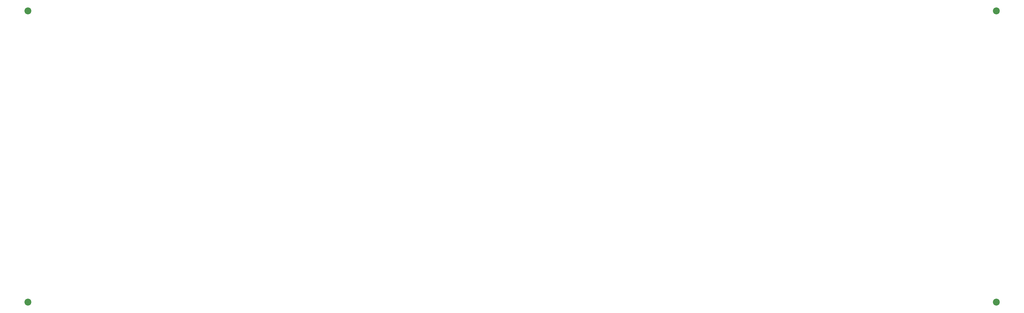
<source format=gbr>
G04 #@! TF.GenerationSoftware,KiCad,Pcbnew,7.0.9*
G04 #@! TF.CreationDate,2024-04-05T23:23:07+09:00*
G04 #@! TF.ProjectId,avain,61766169-6e2e-46b6-9963-61645f706362,rev?*
G04 #@! TF.SameCoordinates,Original*
G04 #@! TF.FileFunction,Soldermask,Bot*
G04 #@! TF.FilePolarity,Negative*
%FSLAX46Y46*%
G04 Gerber Fmt 4.6, Leading zero omitted, Abs format (unit mm)*
G04 Created by KiCad (PCBNEW 7.0.9) date 2024-04-05 23:23:07*
%MOMM*%
%LPD*%
G01*
G04 APERTURE LIST*
%ADD10C,2.200000*%
G04 APERTURE END LIST*
D10*
X17287500Y-20250000D03*
X325637500Y-113050000D03*
X17287500Y-113050000D03*
X325637500Y-20250000D03*
M02*

</source>
